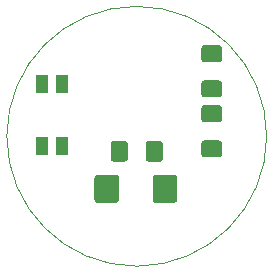
<source format=gbr>
G04 #@! TF.GenerationSoftware,KiCad,Pcbnew,(5.1.5)-3*
G04 #@! TF.CreationDate,2020-04-06T18:45:54+02:00*
G04 #@! TF.ProjectId,Capteur_Hall_I2C,43617074-6575-4725-9f48-616c6c5f4932,0.1*
G04 #@! TF.SameCoordinates,Original*
G04 #@! TF.FileFunction,Paste,Top*
G04 #@! TF.FilePolarity,Positive*
%FSLAX46Y46*%
G04 Gerber Fmt 4.6, Leading zero omitted, Abs format (unit mm)*
G04 Created by KiCad (PCBNEW (5.1.5)-3) date 2020-04-06 18:45:54*
%MOMM*%
%LPD*%
G04 APERTURE LIST*
%ADD10C,0.050000*%
%ADD11C,0.100000*%
%ADD12R,1.000000X1.550000*%
G04 APERTURE END LIST*
D10*
X163400000Y-102870000D02*
G75*
G03X163400000Y-102870000I-11000000J0D01*
G01*
D11*
G36*
X150672004Y-106141204D02*
G01*
X150696273Y-106144804D01*
X150720071Y-106150765D01*
X150743171Y-106159030D01*
X150765349Y-106169520D01*
X150786393Y-106182133D01*
X150806098Y-106196747D01*
X150824277Y-106213223D01*
X150840753Y-106231402D01*
X150855367Y-106251107D01*
X150867980Y-106272151D01*
X150878470Y-106294329D01*
X150886735Y-106317429D01*
X150892696Y-106341227D01*
X150896296Y-106365496D01*
X150897500Y-106390000D01*
X150897500Y-108240000D01*
X150896296Y-108264504D01*
X150892696Y-108288773D01*
X150886735Y-108312571D01*
X150878470Y-108335671D01*
X150867980Y-108357849D01*
X150855367Y-108378893D01*
X150840753Y-108398598D01*
X150824277Y-108416777D01*
X150806098Y-108433253D01*
X150786393Y-108447867D01*
X150765349Y-108460480D01*
X150743171Y-108470970D01*
X150720071Y-108479235D01*
X150696273Y-108485196D01*
X150672004Y-108488796D01*
X150647500Y-108490000D01*
X149072500Y-108490000D01*
X149047996Y-108488796D01*
X149023727Y-108485196D01*
X148999929Y-108479235D01*
X148976829Y-108470970D01*
X148954651Y-108460480D01*
X148933607Y-108447867D01*
X148913902Y-108433253D01*
X148895723Y-108416777D01*
X148879247Y-108398598D01*
X148864633Y-108378893D01*
X148852020Y-108357849D01*
X148841530Y-108335671D01*
X148833265Y-108312571D01*
X148827304Y-108288773D01*
X148823704Y-108264504D01*
X148822500Y-108240000D01*
X148822500Y-106390000D01*
X148823704Y-106365496D01*
X148827304Y-106341227D01*
X148833265Y-106317429D01*
X148841530Y-106294329D01*
X148852020Y-106272151D01*
X148864633Y-106251107D01*
X148879247Y-106231402D01*
X148895723Y-106213223D01*
X148913902Y-106196747D01*
X148933607Y-106182133D01*
X148954651Y-106169520D01*
X148976829Y-106159030D01*
X148999929Y-106150765D01*
X149023727Y-106144804D01*
X149047996Y-106141204D01*
X149072500Y-106140000D01*
X150647500Y-106140000D01*
X150672004Y-106141204D01*
G37*
G36*
X155597004Y-106141204D02*
G01*
X155621273Y-106144804D01*
X155645071Y-106150765D01*
X155668171Y-106159030D01*
X155690349Y-106169520D01*
X155711393Y-106182133D01*
X155731098Y-106196747D01*
X155749277Y-106213223D01*
X155765753Y-106231402D01*
X155780367Y-106251107D01*
X155792980Y-106272151D01*
X155803470Y-106294329D01*
X155811735Y-106317429D01*
X155817696Y-106341227D01*
X155821296Y-106365496D01*
X155822500Y-106390000D01*
X155822500Y-108240000D01*
X155821296Y-108264504D01*
X155817696Y-108288773D01*
X155811735Y-108312571D01*
X155803470Y-108335671D01*
X155792980Y-108357849D01*
X155780367Y-108378893D01*
X155765753Y-108398598D01*
X155749277Y-108416777D01*
X155731098Y-108433253D01*
X155711393Y-108447867D01*
X155690349Y-108460480D01*
X155668171Y-108470970D01*
X155645071Y-108479235D01*
X155621273Y-108485196D01*
X155597004Y-108488796D01*
X155572500Y-108490000D01*
X153997500Y-108490000D01*
X153972996Y-108488796D01*
X153948727Y-108485196D01*
X153924929Y-108479235D01*
X153901829Y-108470970D01*
X153879651Y-108460480D01*
X153858607Y-108447867D01*
X153838902Y-108433253D01*
X153820723Y-108416777D01*
X153804247Y-108398598D01*
X153789633Y-108378893D01*
X153777020Y-108357849D01*
X153766530Y-108335671D01*
X153758265Y-108312571D01*
X153752304Y-108288773D01*
X153748704Y-108264504D01*
X153747500Y-108240000D01*
X153747500Y-106390000D01*
X153748704Y-106365496D01*
X153752304Y-106341227D01*
X153758265Y-106317429D01*
X153766530Y-106294329D01*
X153777020Y-106272151D01*
X153789633Y-106251107D01*
X153804247Y-106231402D01*
X153820723Y-106213223D01*
X153838902Y-106196747D01*
X153858607Y-106182133D01*
X153879651Y-106169520D01*
X153901829Y-106159030D01*
X153924929Y-106150765D01*
X153948727Y-106144804D01*
X153972996Y-106141204D01*
X153997500Y-106140000D01*
X155572500Y-106140000D01*
X155597004Y-106141204D01*
G37*
D12*
X146050000Y-98425000D03*
X146050000Y-103675000D03*
X144350000Y-103675000D03*
X144350000Y-98425000D03*
D11*
G36*
X151399504Y-103266204D02*
G01*
X151423773Y-103269804D01*
X151447571Y-103275765D01*
X151470671Y-103284030D01*
X151492849Y-103294520D01*
X151513893Y-103307133D01*
X151533598Y-103321747D01*
X151551777Y-103338223D01*
X151568253Y-103356402D01*
X151582867Y-103376107D01*
X151595480Y-103397151D01*
X151605970Y-103419329D01*
X151614235Y-103442429D01*
X151620196Y-103466227D01*
X151623796Y-103490496D01*
X151625000Y-103515000D01*
X151625000Y-104765000D01*
X151623796Y-104789504D01*
X151620196Y-104813773D01*
X151614235Y-104837571D01*
X151605970Y-104860671D01*
X151595480Y-104882849D01*
X151582867Y-104903893D01*
X151568253Y-104923598D01*
X151551777Y-104941777D01*
X151533598Y-104958253D01*
X151513893Y-104972867D01*
X151492849Y-104985480D01*
X151470671Y-104995970D01*
X151447571Y-105004235D01*
X151423773Y-105010196D01*
X151399504Y-105013796D01*
X151375000Y-105015000D01*
X150450000Y-105015000D01*
X150425496Y-105013796D01*
X150401227Y-105010196D01*
X150377429Y-105004235D01*
X150354329Y-104995970D01*
X150332151Y-104985480D01*
X150311107Y-104972867D01*
X150291402Y-104958253D01*
X150273223Y-104941777D01*
X150256747Y-104923598D01*
X150242133Y-104903893D01*
X150229520Y-104882849D01*
X150219030Y-104860671D01*
X150210765Y-104837571D01*
X150204804Y-104813773D01*
X150201204Y-104789504D01*
X150200000Y-104765000D01*
X150200000Y-103515000D01*
X150201204Y-103490496D01*
X150204804Y-103466227D01*
X150210765Y-103442429D01*
X150219030Y-103419329D01*
X150229520Y-103397151D01*
X150242133Y-103376107D01*
X150256747Y-103356402D01*
X150273223Y-103338223D01*
X150291402Y-103321747D01*
X150311107Y-103307133D01*
X150332151Y-103294520D01*
X150354329Y-103284030D01*
X150377429Y-103275765D01*
X150401227Y-103269804D01*
X150425496Y-103266204D01*
X150450000Y-103265000D01*
X151375000Y-103265000D01*
X151399504Y-103266204D01*
G37*
G36*
X154374504Y-103266204D02*
G01*
X154398773Y-103269804D01*
X154422571Y-103275765D01*
X154445671Y-103284030D01*
X154467849Y-103294520D01*
X154488893Y-103307133D01*
X154508598Y-103321747D01*
X154526777Y-103338223D01*
X154543253Y-103356402D01*
X154557867Y-103376107D01*
X154570480Y-103397151D01*
X154580970Y-103419329D01*
X154589235Y-103442429D01*
X154595196Y-103466227D01*
X154598796Y-103490496D01*
X154600000Y-103515000D01*
X154600000Y-104765000D01*
X154598796Y-104789504D01*
X154595196Y-104813773D01*
X154589235Y-104837571D01*
X154580970Y-104860671D01*
X154570480Y-104882849D01*
X154557867Y-104903893D01*
X154543253Y-104923598D01*
X154526777Y-104941777D01*
X154508598Y-104958253D01*
X154488893Y-104972867D01*
X154467849Y-104985480D01*
X154445671Y-104995970D01*
X154422571Y-105004235D01*
X154398773Y-105010196D01*
X154374504Y-105013796D01*
X154350000Y-105015000D01*
X153425000Y-105015000D01*
X153400496Y-105013796D01*
X153376227Y-105010196D01*
X153352429Y-105004235D01*
X153329329Y-104995970D01*
X153307151Y-104985480D01*
X153286107Y-104972867D01*
X153266402Y-104958253D01*
X153248223Y-104941777D01*
X153231747Y-104923598D01*
X153217133Y-104903893D01*
X153204520Y-104882849D01*
X153194030Y-104860671D01*
X153185765Y-104837571D01*
X153179804Y-104813773D01*
X153176204Y-104789504D01*
X153175000Y-104765000D01*
X153175000Y-103515000D01*
X153176204Y-103490496D01*
X153179804Y-103466227D01*
X153185765Y-103442429D01*
X153194030Y-103419329D01*
X153204520Y-103397151D01*
X153217133Y-103376107D01*
X153231747Y-103356402D01*
X153248223Y-103338223D01*
X153266402Y-103321747D01*
X153286107Y-103307133D01*
X153307151Y-103294520D01*
X153329329Y-103284030D01*
X153352429Y-103275765D01*
X153376227Y-103269804D01*
X153400496Y-103266204D01*
X153425000Y-103265000D01*
X154350000Y-103265000D01*
X154374504Y-103266204D01*
G37*
G36*
X159399504Y-100253704D02*
G01*
X159423773Y-100257304D01*
X159447571Y-100263265D01*
X159470671Y-100271530D01*
X159492849Y-100282020D01*
X159513893Y-100294633D01*
X159533598Y-100309247D01*
X159551777Y-100325723D01*
X159568253Y-100343902D01*
X159582867Y-100363607D01*
X159595480Y-100384651D01*
X159605970Y-100406829D01*
X159614235Y-100429929D01*
X159620196Y-100453727D01*
X159623796Y-100477996D01*
X159625000Y-100502500D01*
X159625000Y-101427500D01*
X159623796Y-101452004D01*
X159620196Y-101476273D01*
X159614235Y-101500071D01*
X159605970Y-101523171D01*
X159595480Y-101545349D01*
X159582867Y-101566393D01*
X159568253Y-101586098D01*
X159551777Y-101604277D01*
X159533598Y-101620753D01*
X159513893Y-101635367D01*
X159492849Y-101647980D01*
X159470671Y-101658470D01*
X159447571Y-101666735D01*
X159423773Y-101672696D01*
X159399504Y-101676296D01*
X159375000Y-101677500D01*
X158125000Y-101677500D01*
X158100496Y-101676296D01*
X158076227Y-101672696D01*
X158052429Y-101666735D01*
X158029329Y-101658470D01*
X158007151Y-101647980D01*
X157986107Y-101635367D01*
X157966402Y-101620753D01*
X157948223Y-101604277D01*
X157931747Y-101586098D01*
X157917133Y-101566393D01*
X157904520Y-101545349D01*
X157894030Y-101523171D01*
X157885765Y-101500071D01*
X157879804Y-101476273D01*
X157876204Y-101452004D01*
X157875000Y-101427500D01*
X157875000Y-100502500D01*
X157876204Y-100477996D01*
X157879804Y-100453727D01*
X157885765Y-100429929D01*
X157894030Y-100406829D01*
X157904520Y-100384651D01*
X157917133Y-100363607D01*
X157931747Y-100343902D01*
X157948223Y-100325723D01*
X157966402Y-100309247D01*
X157986107Y-100294633D01*
X158007151Y-100282020D01*
X158029329Y-100271530D01*
X158052429Y-100263265D01*
X158076227Y-100257304D01*
X158100496Y-100253704D01*
X158125000Y-100252500D01*
X159375000Y-100252500D01*
X159399504Y-100253704D01*
G37*
G36*
X159399504Y-103228704D02*
G01*
X159423773Y-103232304D01*
X159447571Y-103238265D01*
X159470671Y-103246530D01*
X159492849Y-103257020D01*
X159513893Y-103269633D01*
X159533598Y-103284247D01*
X159551777Y-103300723D01*
X159568253Y-103318902D01*
X159582867Y-103338607D01*
X159595480Y-103359651D01*
X159605970Y-103381829D01*
X159614235Y-103404929D01*
X159620196Y-103428727D01*
X159623796Y-103452996D01*
X159625000Y-103477500D01*
X159625000Y-104402500D01*
X159623796Y-104427004D01*
X159620196Y-104451273D01*
X159614235Y-104475071D01*
X159605970Y-104498171D01*
X159595480Y-104520349D01*
X159582867Y-104541393D01*
X159568253Y-104561098D01*
X159551777Y-104579277D01*
X159533598Y-104595753D01*
X159513893Y-104610367D01*
X159492849Y-104622980D01*
X159470671Y-104633470D01*
X159447571Y-104641735D01*
X159423773Y-104647696D01*
X159399504Y-104651296D01*
X159375000Y-104652500D01*
X158125000Y-104652500D01*
X158100496Y-104651296D01*
X158076227Y-104647696D01*
X158052429Y-104641735D01*
X158029329Y-104633470D01*
X158007151Y-104622980D01*
X157986107Y-104610367D01*
X157966402Y-104595753D01*
X157948223Y-104579277D01*
X157931747Y-104561098D01*
X157917133Y-104541393D01*
X157904520Y-104520349D01*
X157894030Y-104498171D01*
X157885765Y-104475071D01*
X157879804Y-104451273D01*
X157876204Y-104427004D01*
X157875000Y-104402500D01*
X157875000Y-103477500D01*
X157876204Y-103452996D01*
X157879804Y-103428727D01*
X157885765Y-103404929D01*
X157894030Y-103381829D01*
X157904520Y-103359651D01*
X157917133Y-103338607D01*
X157931747Y-103318902D01*
X157948223Y-103300723D01*
X157966402Y-103284247D01*
X157986107Y-103269633D01*
X158007151Y-103257020D01*
X158029329Y-103246530D01*
X158052429Y-103238265D01*
X158076227Y-103232304D01*
X158100496Y-103228704D01*
X158125000Y-103227500D01*
X159375000Y-103227500D01*
X159399504Y-103228704D01*
G37*
G36*
X159399504Y-98148704D02*
G01*
X159423773Y-98152304D01*
X159447571Y-98158265D01*
X159470671Y-98166530D01*
X159492849Y-98177020D01*
X159513893Y-98189633D01*
X159533598Y-98204247D01*
X159551777Y-98220723D01*
X159568253Y-98238902D01*
X159582867Y-98258607D01*
X159595480Y-98279651D01*
X159605970Y-98301829D01*
X159614235Y-98324929D01*
X159620196Y-98348727D01*
X159623796Y-98372996D01*
X159625000Y-98397500D01*
X159625000Y-99322500D01*
X159623796Y-99347004D01*
X159620196Y-99371273D01*
X159614235Y-99395071D01*
X159605970Y-99418171D01*
X159595480Y-99440349D01*
X159582867Y-99461393D01*
X159568253Y-99481098D01*
X159551777Y-99499277D01*
X159533598Y-99515753D01*
X159513893Y-99530367D01*
X159492849Y-99542980D01*
X159470671Y-99553470D01*
X159447571Y-99561735D01*
X159423773Y-99567696D01*
X159399504Y-99571296D01*
X159375000Y-99572500D01*
X158125000Y-99572500D01*
X158100496Y-99571296D01*
X158076227Y-99567696D01*
X158052429Y-99561735D01*
X158029329Y-99553470D01*
X158007151Y-99542980D01*
X157986107Y-99530367D01*
X157966402Y-99515753D01*
X157948223Y-99499277D01*
X157931747Y-99481098D01*
X157917133Y-99461393D01*
X157904520Y-99440349D01*
X157894030Y-99418171D01*
X157885765Y-99395071D01*
X157879804Y-99371273D01*
X157876204Y-99347004D01*
X157875000Y-99322500D01*
X157875000Y-98397500D01*
X157876204Y-98372996D01*
X157879804Y-98348727D01*
X157885765Y-98324929D01*
X157894030Y-98301829D01*
X157904520Y-98279651D01*
X157917133Y-98258607D01*
X157931747Y-98238902D01*
X157948223Y-98220723D01*
X157966402Y-98204247D01*
X157986107Y-98189633D01*
X158007151Y-98177020D01*
X158029329Y-98166530D01*
X158052429Y-98158265D01*
X158076227Y-98152304D01*
X158100496Y-98148704D01*
X158125000Y-98147500D01*
X159375000Y-98147500D01*
X159399504Y-98148704D01*
G37*
G36*
X159399504Y-95173704D02*
G01*
X159423773Y-95177304D01*
X159447571Y-95183265D01*
X159470671Y-95191530D01*
X159492849Y-95202020D01*
X159513893Y-95214633D01*
X159533598Y-95229247D01*
X159551777Y-95245723D01*
X159568253Y-95263902D01*
X159582867Y-95283607D01*
X159595480Y-95304651D01*
X159605970Y-95326829D01*
X159614235Y-95349929D01*
X159620196Y-95373727D01*
X159623796Y-95397996D01*
X159625000Y-95422500D01*
X159625000Y-96347500D01*
X159623796Y-96372004D01*
X159620196Y-96396273D01*
X159614235Y-96420071D01*
X159605970Y-96443171D01*
X159595480Y-96465349D01*
X159582867Y-96486393D01*
X159568253Y-96506098D01*
X159551777Y-96524277D01*
X159533598Y-96540753D01*
X159513893Y-96555367D01*
X159492849Y-96567980D01*
X159470671Y-96578470D01*
X159447571Y-96586735D01*
X159423773Y-96592696D01*
X159399504Y-96596296D01*
X159375000Y-96597500D01*
X158125000Y-96597500D01*
X158100496Y-96596296D01*
X158076227Y-96592696D01*
X158052429Y-96586735D01*
X158029329Y-96578470D01*
X158007151Y-96567980D01*
X157986107Y-96555367D01*
X157966402Y-96540753D01*
X157948223Y-96524277D01*
X157931747Y-96506098D01*
X157917133Y-96486393D01*
X157904520Y-96465349D01*
X157894030Y-96443171D01*
X157885765Y-96420071D01*
X157879804Y-96396273D01*
X157876204Y-96372004D01*
X157875000Y-96347500D01*
X157875000Y-95422500D01*
X157876204Y-95397996D01*
X157879804Y-95373727D01*
X157885765Y-95349929D01*
X157894030Y-95326829D01*
X157904520Y-95304651D01*
X157917133Y-95283607D01*
X157931747Y-95263902D01*
X157948223Y-95245723D01*
X157966402Y-95229247D01*
X157986107Y-95214633D01*
X158007151Y-95202020D01*
X158029329Y-95191530D01*
X158052429Y-95183265D01*
X158076227Y-95177304D01*
X158100496Y-95173704D01*
X158125000Y-95172500D01*
X159375000Y-95172500D01*
X159399504Y-95173704D01*
G37*
M02*

</source>
